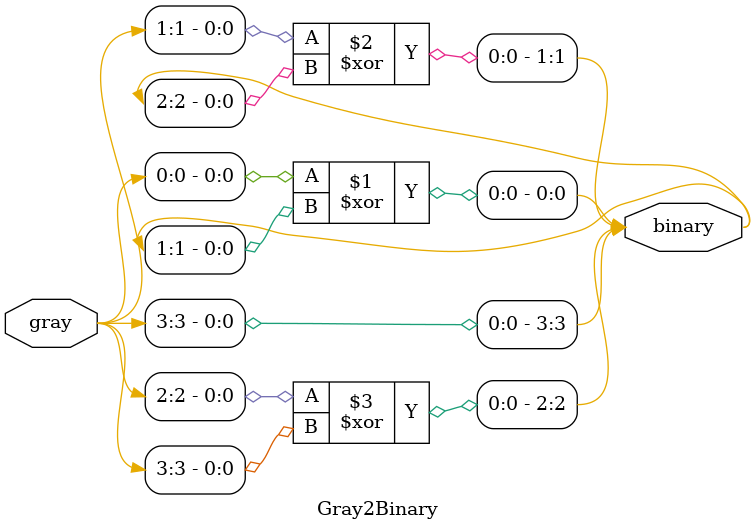
<source format=sv>

module Binary2Gray
#(
    parameter WIDTH = 4
)
(
    input [WIDTH-1:0] binary,
    output logic [WIDTH-1:0] gray
);

    //assign gray[0] = binary[0];
    //assign gray[1] = binary[0] ^ binary[1];
    //assign gray[2] = binary[1] ^ binary[2];
    //assign gray[3] = binary[2] ^ binary[3];

    assign gray = binary ^ (binary >> 1);

endmodule

module Gray2Binary
#(
    parameter WIDTH = 4
)
(
    input [WIDTH-1:0] gray,
    output logic [WIDTH-1:0] binary
);
    assign binary[WIDTH-1] = gray[WIDTH-1];
    generate
        genvar i;
        for (i=0; i<WIDTH-1; i++)
        begin
            assign binary[i] = gray[i] ^ binary[i+1];
        end
    endgenerate
    
    //assign binary[3] = gray[3];
    //assign binary[2] = gray[3] ^ gray[2];
    //assign binary[1] = gray[3] ^ gray[2] ^ gray[1];
    //assign binary[0] = gray[3] ^ gray[2] ^ gray[1] ^ gray[0];

endmodule
</source>
